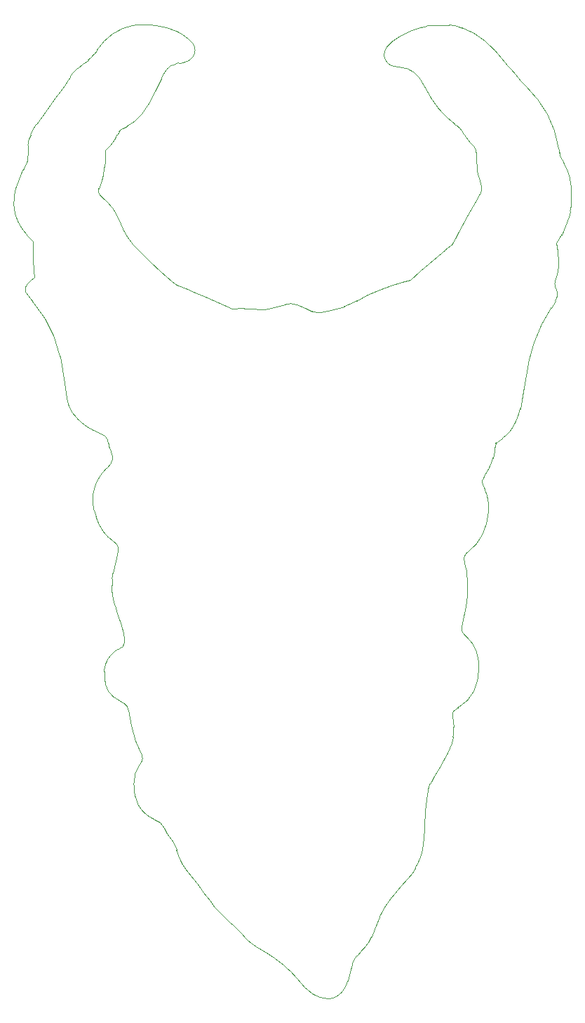
<source format=gbr>
%TF.GenerationSoftware,KiCad,Pcbnew,(5.1.8)-1*%
%TF.CreationDate,2021-11-12T17:25:14-08:00*%
%TF.ProjectId,Krampus,4b72616d-7075-4732-9e6b-696361645f70,rev?*%
%TF.SameCoordinates,Original*%
%TF.FileFunction,Profile,NP*%
%FSLAX46Y46*%
G04 Gerber Fmt 4.6, Leading zero omitted, Abs format (unit mm)*
G04 Created by KiCad (PCBNEW (5.1.8)-1) date 2021-11-12 17:25:14*
%MOMM*%
%LPD*%
G01*
G04 APERTURE LIST*
%TA.AperFunction,Profile*%
%ADD10C,0.002080*%
%TD*%
G04 APERTURE END LIST*
D10*
X57508437Y-62531698D02*
X57216234Y-62393160D01*
X45047471Y-36691816D02*
G75*
G02*
X45434965Y-36344681I3591888J-3619639D01*
G01*
X40095335Y-60778812D02*
X40186344Y-61574172D01*
X42758326Y-39880210D02*
X41081919Y-42160278D01*
X39085176Y-62981210D02*
G75*
G02*
X39173318Y-62682101I949578J-117284D01*
G01*
X39407373Y-45663230D02*
G75*
G02*
X39453169Y-45246729I3310642J-153252D01*
G01*
X46679179Y-35370418D02*
X46053976Y-35860452D01*
X49663775Y-32181395D02*
G75*
G02*
X50862697Y-31540448I3562739J-5222473D01*
G01*
X40004326Y-58594824D02*
X40010993Y-59184777D01*
X40186344Y-61574172D02*
X39716689Y-62011536D01*
X39729287Y-44377452D02*
X39547276Y-44873998D01*
X40004326Y-57206195D02*
X40004326Y-58594824D01*
X40021881Y-43755238D02*
G75*
G02*
X40405604Y-43123015I6879731J-3743045D01*
G01*
X40060277Y-60378701D02*
X40095335Y-60778812D01*
X39371969Y-47481202D02*
X38794656Y-48632327D01*
X40010993Y-59184777D02*
X40031059Y-59809180D01*
X47079230Y-35010719D02*
G75*
G02*
X46679179Y-35370418I-3727383J3743213D01*
G01*
X38183167Y-54813258D02*
G75*
G02*
X37718717Y-52972365I4718283J2169439D01*
G01*
X44256523Y-37777569D02*
X43815961Y-38412412D01*
X41081919Y-42160278D02*
X40405604Y-43123015D01*
X43296224Y-39142798D02*
X42758326Y-39880210D01*
X43815961Y-38412412D02*
X43296224Y-39142798D01*
X44496745Y-37405742D02*
G75*
G02*
X44762735Y-37016135I3824231J-2325242D01*
G01*
X47388637Y-34660379D02*
G75*
G02*
X47079230Y-35010719I-2884486J2235674D01*
G01*
X39407373Y-45663229D02*
X39387268Y-46337327D01*
X44377929Y-77172735D02*
G75*
G02*
X44103253Y-76154233I5316390J1980050D01*
G01*
X39389989Y-63754683D02*
X39667116Y-64124891D01*
X44762736Y-37016135D02*
G75*
G02*
X45047472Y-36691816I2497438J-1905482D01*
G01*
X39172186Y-63436560D02*
G75*
G02*
X39103537Y-63280031I428037J281044D01*
G01*
X39103536Y-63280031D02*
G75*
G02*
X39085175Y-62981210I792485J198671D01*
G01*
X46053976Y-35860452D02*
X45434965Y-36344681D01*
X39173317Y-62682101D02*
G75*
G02*
X39379095Y-62365506I1351553J-653300D01*
G01*
X39387268Y-46337327D02*
X39371969Y-47481202D01*
X39379096Y-62365507D02*
G75*
G02*
X39716689Y-62011536I3151655J-2667864D01*
G01*
X37718717Y-52972365D02*
G75*
G02*
X37925356Y-50913348I6350413J402561D01*
G01*
X50862697Y-31540449D02*
G75*
G02*
X52169191Y-31171799I2350177J-5829593D01*
G01*
X48602189Y-33082008D02*
G75*
G02*
X49663775Y-32181396I4809073J-4592670D01*
G01*
X39453169Y-45246729D02*
G75*
G02*
X39547276Y-44873998I2542646J-443718D01*
G01*
X47702334Y-34219065D02*
X47388638Y-34660379D01*
X39290326Y-56451469D02*
X40004326Y-57206195D01*
X37925356Y-50913348D02*
G75*
G02*
X38794656Y-48632327I11715997J-3158823D01*
G01*
X39982440Y-64511914D02*
G75*
G02*
X41488188Y-66578074I-13552559J-11458403D01*
G01*
X39290325Y-56451469D02*
G75*
G02*
X38183166Y-54813258I4416044J4177748D01*
G01*
X47702334Y-34219065D02*
G75*
G02*
X48602190Y-33082007I6550979J-4259780D01*
G01*
X39729287Y-44377453D02*
G75*
G02*
X40021881Y-43755238I5438618J-2177580D01*
G01*
X43833471Y-74365452D02*
X44103253Y-76154233D01*
X43282415Y-71146654D02*
X43833471Y-74365452D01*
X42542484Y-68678884D02*
G75*
G02*
X43282415Y-71146654I-14780022J-5776427D01*
G01*
X41488188Y-66578075D02*
G75*
G02*
X42542484Y-68678884I-10789544J-6729710D01*
G01*
X40031059Y-59809180D02*
X40060277Y-60378701D01*
X39667116Y-64124891D02*
X39982440Y-64511915D01*
X39172187Y-63436560D02*
X39389989Y-63754683D01*
X44496746Y-37405743D02*
X44256523Y-37777569D01*
X90814947Y-113918592D02*
G75*
G02*
X90927263Y-113794040I727782J-543368D01*
G01*
X94243639Y-86052636D02*
X94348972Y-85822616D01*
X94773695Y-87754162D02*
G75*
G02*
X94939024Y-88426445I-4903978J-1562465D01*
G01*
X93564890Y-93733967D02*
G75*
G02*
X92690388Y-94568990I-3414571J2700571D01*
G01*
X92200478Y-96412855D02*
G75*
G02*
X92065939Y-95687508I8045810J1867507D01*
G01*
X94217326Y-86184335D02*
G75*
G02*
X94243639Y-86052636I342739J0D01*
G01*
X93504396Y-106611564D02*
G75*
G02*
X93766151Y-107603987I-4411605J-1694309D01*
G01*
X94513480Y-87077391D02*
G75*
G02*
X94773695Y-87754162I-5635096J-2555077D01*
G01*
X90809020Y-115832871D02*
X90738756Y-115118121D01*
X92065939Y-95687508D02*
G75*
G02*
X92091941Y-95258145I1076357J150286D01*
G01*
X92412297Y-98743452D02*
X92400187Y-98009944D01*
X93054138Y-105753912D02*
G75*
G02*
X93504395Y-106611564I-3431156J-2348334D01*
G01*
X89652326Y-119687779D02*
X90041877Y-118965543D01*
X94235098Y-86316670D02*
G75*
G02*
X94217326Y-86184335I483811J132335D01*
G01*
X94939024Y-88426445D02*
G75*
G02*
X95013156Y-89117630I-5114318J-898094D01*
G01*
X95853624Y-81659546D02*
G75*
G02*
X95886328Y-81579100I254314J-56517D01*
G01*
X95741432Y-82227026D02*
X95799067Y-81917164D01*
X91750171Y-103740471D02*
X91914662Y-102893038D01*
X95533543Y-83361921D02*
X95686161Y-82573181D01*
X95325055Y-84043015D02*
G75*
G02*
X95042108Y-84668770I-4928779J1851797D01*
G01*
X92311862Y-100742002D02*
X92388498Y-99816938D01*
X90701461Y-114109765D02*
G75*
G02*
X90814947Y-113918592I958518J-439735D01*
G01*
X95533543Y-83361922D02*
G75*
G02*
X95325056Y-84043016I-5559396J1329309D01*
G01*
X94304321Y-86545629D02*
X94235098Y-86316670D01*
X90800931Y-116444464D02*
G75*
G02*
X90708960Y-117054797I-4544986J372782D01*
G01*
X92388498Y-99816938D02*
X92412297Y-98743452D01*
X91948790Y-104539157D02*
G75*
G02*
X91765919Y-104181204I637279J551261D01*
G01*
X93212178Y-111559824D02*
G75*
G02*
X92473290Y-112619037I-4109369J2079297D01*
G01*
X90656538Y-114288092D02*
G75*
G02*
X90701461Y-114109764I503320J-31970D01*
G01*
X95042109Y-84668770D02*
G75*
G02*
X94665485Y-85289831I-5807334J3096956D01*
G01*
X94270040Y-92614828D02*
G75*
G02*
X93564890Y-93733966I-5566243J2725479D01*
G01*
X92300561Y-96921491D02*
X92200478Y-96412854D01*
X92473290Y-112619036D02*
G75*
G02*
X91496292Y-113380493I-2863133J2666080D01*
G01*
X92278502Y-94926308D02*
G75*
G02*
X92690388Y-94568990I2151166J-2063633D01*
G01*
X92091941Y-95258145D02*
G75*
G02*
X92278502Y-94926307I736445J-195671D01*
G01*
X92163102Y-101702356D02*
X92311862Y-100742002D01*
X91299436Y-113500784D02*
G75*
G02*
X91496292Y-113380493I1420904J-2104085D01*
G01*
X90041877Y-118965543D02*
X90305341Y-118379848D01*
X92415762Y-105019061D02*
G75*
G02*
X93054138Y-105753912I-2859743J-3129013D01*
G01*
X90738756Y-115118121D02*
X90663743Y-114544731D01*
X92364765Y-97430113D02*
X92300561Y-96921491D01*
X92400187Y-98009944D02*
X92364765Y-97430113D01*
X93766151Y-107603986D02*
G75*
G02*
X93844605Y-108739452I-7034372J-1056479D01*
G01*
X91100385Y-113646285D02*
X91299436Y-113500784D01*
X90521539Y-117766452D02*
X90708960Y-117054797D01*
X90663742Y-114544731D02*
G75*
G02*
X90656538Y-114288093I1394876J167580D01*
G01*
X93844605Y-108739452D02*
G75*
G02*
X93676404Y-110246638I-7592285J84314D01*
G01*
X91765919Y-104181205D02*
G75*
G02*
X91750171Y-103740471I1103418J260075D01*
G01*
X95799067Y-81917164D02*
X95853624Y-81659546D01*
X95013155Y-89117631D02*
G75*
G02*
X95000531Y-89850984I-6424087J-256195D01*
G01*
X92415761Y-105019061D02*
G75*
G02*
X91948790Y-104539158I3857317J4220520D01*
G01*
X90305341Y-118379848D02*
X90521539Y-117766452D01*
X95886329Y-81579100D02*
G75*
G02*
X95943235Y-81515281I209322J-129368D01*
G01*
X93676405Y-110246638D02*
G75*
G02*
X93212178Y-111559823I-5308581J1137999D01*
G01*
X95686161Y-82573181D02*
X95741432Y-82227026D01*
X94493910Y-85558041D02*
X94665485Y-85289831D01*
X94348972Y-85822616D02*
X94493910Y-85558041D01*
X94400107Y-86809737D02*
X94304321Y-86545629D01*
X94513480Y-87077391D02*
X94400107Y-86809737D01*
X94761045Y-91291427D02*
G75*
G02*
X94270041Y-92614828I-6836822J1783788D01*
G01*
X90927263Y-113794040D02*
X91100385Y-113646285D01*
X91914662Y-102893038D02*
X92163102Y-101702356D01*
X90809020Y-115832871D02*
G75*
G02*
X90800930Y-116444464I-4454004J-246934D01*
G01*
X95000532Y-89850983D02*
G75*
G02*
X94761045Y-91291427I-8059234J599789D01*
G01*
X70979810Y-145231654D02*
X71834905Y-146173499D01*
X59079257Y-133782639D02*
X59426680Y-134194124D01*
X81852644Y-138768491D02*
G75*
G02*
X82480810Y-137593523I10031771J-4607819D01*
G01*
X80567866Y-141777155D02*
G75*
G02*
X80189377Y-142304280I-3387219J2032660D01*
G01*
X78015107Y-146503424D02*
G75*
G02*
X77672224Y-147314720I-4261182J1322821D01*
G01*
X76179457Y-148566513D02*
G75*
G02*
X75915580Y-148607036I-363916J1490338D01*
G01*
X70119525Y-144441486D02*
G75*
G02*
X70979810Y-145231654I-7295482J-8806260D01*
G01*
X65799391Y-141446460D02*
G75*
G02*
X65367601Y-140957817I3912147J3892074D01*
G01*
X86856630Y-131370168D02*
G75*
G02*
X86519183Y-132197906I-6777804J2280477D01*
G01*
X74649166Y-148475109D02*
G75*
G02*
X73794466Y-148067165I1057837J3315648D01*
G01*
X80892814Y-141138445D02*
G75*
G02*
X80567865Y-141777155I-4726287J2002520D01*
G01*
X78539417Y-144504166D02*
G75*
G02*
X78769717Y-143944796I2819906J-833899D01*
G01*
X59079257Y-133782639D02*
G75*
G02*
X58485657Y-133048567I7973528J7054764D01*
G01*
X59426680Y-134194124D02*
X59842271Y-134723001D01*
X85786948Y-133406283D02*
X86188359Y-132806117D01*
X77672223Y-147314720D02*
G75*
G02*
X77246759Y-147900101I-2455556J1337429D01*
G01*
X88357331Y-121906498D02*
X88672564Y-121351852D01*
X59842271Y-134723001D02*
X60256430Y-135276848D01*
X64723736Y-140266589D02*
X65132969Y-140686306D01*
X69142110Y-143708085D02*
G75*
G02*
X70119525Y-144441486I-7125518J-10514306D01*
G01*
X71834905Y-146173499D02*
X72893750Y-147331954D01*
X78015106Y-146503424D02*
X78319090Y-145357729D01*
X88999746Y-120796525D02*
X89652326Y-119687779D01*
X58027322Y-132339432D02*
G75*
G02*
X57659339Y-131578075I5975363J3357651D01*
G01*
X87187125Y-129512678D02*
X87278231Y-127812689D01*
X60256430Y-135276848D02*
X60602263Y-135769452D01*
X64243443Y-139797332D02*
X64723736Y-140266589D01*
X88672564Y-121351852D02*
X88999746Y-120796525D01*
X78319090Y-145357729D02*
X78539417Y-144504166D01*
X67927208Y-142936192D02*
X69142109Y-143708086D01*
X88091675Y-122391341D02*
X88357331Y-121906498D01*
X65132969Y-140686306D02*
G75*
G02*
X65367601Y-140957817I-2704590J-2574360D01*
G01*
X80189377Y-142304280D02*
G75*
G02*
X79653900Y-142876773I-6346963J5399906D01*
G01*
X75551326Y-148617967D02*
X75915580Y-148607036D01*
X75551325Y-148617966D02*
G75*
G02*
X74649166Y-148475109I15877J3020307D01*
G01*
X60602263Y-135769452D02*
X61312002Y-136764559D01*
X87946953Y-122683525D02*
X88091675Y-122391341D01*
X87709085Y-123411647D02*
G75*
G02*
X87946953Y-122683525I3401992J-708470D01*
G01*
X82480810Y-137593523D02*
G75*
G02*
X83283157Y-136438495I10742089J-6605869D01*
G01*
X66916297Y-142315424D02*
G75*
G02*
X66273112Y-141864458I4522380J7134146D01*
G01*
X80892814Y-141138445D02*
X81268787Y-140185735D01*
X87523720Y-124508059D02*
X87709085Y-123411647D01*
X87379862Y-125951410D02*
X87523720Y-124508059D01*
X79101502Y-143462950D02*
X79653900Y-142876773D01*
X81268787Y-140185735D02*
X81852644Y-138768491D01*
X78769718Y-143944796D02*
G75*
G02*
X79101502Y-143462950I2359063J-1269228D01*
G01*
X76417704Y-148483569D02*
G75*
G02*
X76179458Y-148566513I-551958J1201788D01*
G01*
X61982211Y-137586701D02*
X62746193Y-138391706D01*
X61312002Y-136764559D02*
X61982211Y-137586701D01*
X85234992Y-134111511D02*
X85786948Y-133406283D01*
X76695571Y-148338559D02*
G75*
G02*
X76417703Y-148483569I-1575180J2679640D01*
G01*
X87278231Y-127812689D02*
X87379862Y-125951410D01*
X77246760Y-147900102D02*
G75*
G02*
X76695572Y-148338560I-1825081J1728637D01*
G01*
X87187125Y-129512678D02*
G75*
G02*
X87061614Y-130560563I-10093518J677497D01*
G01*
X63751832Y-139340017D02*
X64243443Y-139797332D01*
X58485657Y-133048568D02*
G75*
G02*
X58027322Y-132339432I5496569J4055281D01*
G01*
X66273112Y-141864458D02*
G75*
G02*
X65799391Y-141446460I2975016J3849049D01*
G01*
X73794465Y-148067166D02*
G75*
G02*
X72893750Y-147331954I3114035J4734382D01*
G01*
X62746193Y-138391706D02*
X63751832Y-139340017D01*
X87061614Y-130560564D02*
G75*
G02*
X86856630Y-131370168I-5377844J930865D01*
G01*
X86519183Y-132197906D02*
G75*
G02*
X86188359Y-132806117I-6427289J3101919D01*
G01*
X83283157Y-136438495D02*
X84413509Y-135071973D01*
X84413509Y-135071973D02*
X85234992Y-134111511D01*
X66916297Y-142315424D02*
X67927208Y-142936192D01*
X54045373Y-126652365D02*
G75*
G02*
X53508774Y-126243104I2203400J3445379D01*
G01*
X53075359Y-125776133D02*
G75*
G02*
X52728738Y-125238166I2899838J2249064D01*
G01*
X52813966Y-118463557D02*
X53162953Y-119231874D01*
X52409103Y-117547336D02*
X52813966Y-118463557D01*
X54700956Y-127018030D02*
X55175283Y-127260704D01*
X56408459Y-129007989D02*
X56606590Y-129257886D01*
X55976207Y-128355622D02*
X56186574Y-128688966D01*
X52311020Y-124064466D02*
G75*
G02*
X52194181Y-122716690I5917126J1191912D01*
G01*
X57659339Y-131578075D02*
G75*
G02*
X57339148Y-130685886I9988745J4088339D01*
G01*
X55175283Y-127260704D02*
G75*
G02*
X55411824Y-127431415I-545191J-1004660D01*
G01*
X53162953Y-119231873D02*
G75*
G02*
X53249334Y-119640136I-1021021J-429299D01*
G01*
X51381363Y-113364878D02*
G75*
G02*
X51532715Y-113801188I-1289783J-691822D01*
G01*
X57179225Y-130217335D02*
X57339148Y-130685886D01*
X51532715Y-113801188D02*
X51675062Y-114729300D01*
X51675062Y-114729300D02*
X51839179Y-115678611D01*
X57023042Y-129863416D02*
G75*
G02*
X57179225Y-130217335I-2948624J-1512633D01*
G01*
X56841754Y-129561489D02*
G75*
G02*
X57023042Y-129863416I-2167648J-1506924D01*
G01*
X53249334Y-119640136D02*
G75*
G02*
X53162724Y-119989816I-695839J-13218D01*
G01*
X52083935Y-116618500D02*
X52409103Y-117547336D01*
X56186574Y-128688966D02*
X56408459Y-129007989D01*
X52377475Y-121435906D02*
G75*
G02*
X52852005Y-120466051I2672372J-706520D01*
G01*
X53162724Y-119989816D02*
G75*
G02*
X52852005Y-120466051I-3388826J1871556D01*
G01*
X51839179Y-115678611D02*
X52083935Y-116618500D01*
X56606590Y-129257886D02*
G75*
G02*
X56841755Y-129561489I-2824063J-2430342D01*
G01*
X55812934Y-128060383D02*
X55976207Y-128355622D01*
X52194182Y-122716690D02*
G75*
G02*
X52377475Y-121435906I5572195J-143932D01*
G01*
X52728739Y-125238166D02*
G75*
G02*
X52311021Y-124064466I3862732J2035922D01*
G01*
X55586870Y-127649304D02*
X55812934Y-128060383D01*
X55411824Y-127431415D02*
G75*
G02*
X55586870Y-127649304I-680500J-725955D01*
G01*
X54700957Y-127018030D02*
G75*
G02*
X54045373Y-126652365I2706445J5622766D01*
G01*
X53508773Y-126243104D02*
G75*
G02*
X53075359Y-125776133I2415485J2676527D01*
G01*
X49200401Y-81905468D02*
X49283770Y-82184483D01*
X47383910Y-89663422D02*
X47611882Y-90459858D01*
X49619887Y-83609731D02*
G75*
G02*
X49407660Y-84013351I-1122136J332422D01*
G01*
X47811032Y-86067113D02*
G75*
G02*
X48270650Y-85336921I4918357J-2586106D01*
G01*
X49283770Y-82184483D02*
X49373297Y-82452039D01*
X47232264Y-88301975D02*
G75*
G02*
X47294420Y-87625452I5290087J-144915D01*
G01*
X49373297Y-82452039D02*
X49454797Y-82661409D01*
X48545074Y-80623214D02*
G75*
G02*
X48817041Y-80844044I-464863J-850397D01*
G01*
X46005958Y-79207636D02*
G75*
G02*
X45450856Y-78708083I4663408J5740152D01*
G01*
X48270650Y-85336921D02*
G75*
G02*
X48874416Y-84620556I6185268J-4600453D01*
G01*
X47383910Y-89663422D02*
G75*
G02*
X47260102Y-88963185I5447605J1324250D01*
G01*
X51087046Y-105432306D02*
G75*
G02*
X50971650Y-105930110I-979934J-35118D01*
G01*
X50210328Y-102115302D02*
X50718956Y-103588849D01*
X47488529Y-86825392D02*
G75*
G02*
X47811031Y-86067113I4777467J-1584176D01*
G01*
X48989262Y-81144213D02*
G75*
G02*
X49137318Y-81658452I-4648245J-1616719D01*
G01*
X50971649Y-105930109D02*
G75*
G02*
X50899700Y-106021155I-289914J155156D01*
G01*
X50070916Y-95459974D02*
X49801339Y-96497364D01*
X49578565Y-99585676D02*
G75*
G02*
X49541326Y-98755517I9234454J830153D01*
G01*
X49059533Y-92898500D02*
G75*
G02*
X48477737Y-92219033I3514053J3597737D01*
G01*
X47259897Y-80016982D02*
X48047462Y-80382909D01*
X48789844Y-110756405D02*
G75*
G02*
X48644974Y-109708452I5408061J1281606D01*
G01*
X47294420Y-87625452D02*
G75*
G02*
X47488529Y-86825391I4954558J-778483D01*
G01*
X50739870Y-106152725D02*
X50540216Y-106294042D01*
X47260101Y-88963184D02*
G75*
G02*
X47232264Y-88301975I4737924J530660D01*
G01*
X49137318Y-81658452D02*
X49200401Y-81905468D01*
X48632781Y-109176369D02*
G75*
G02*
X48652426Y-108815037I3116878J11746D01*
G01*
X51123880Y-113072584D02*
G75*
G02*
X51381362Y-113364878I-495906J-696401D01*
G01*
X49567314Y-97965332D02*
G75*
G02*
X49646197Y-97267404I7492171J-493373D01*
G01*
X50623291Y-112768453D02*
G75*
G02*
X51123880Y-113072584I-1833400J-3581749D01*
G01*
X49129832Y-111553205D02*
G75*
G02*
X48789844Y-110756405I2142389J1385073D01*
G01*
X50540216Y-106294042D02*
X50322582Y-106426413D01*
X49407660Y-84013351D02*
X48874416Y-84620556D01*
X48047462Y-80382910D02*
G75*
G02*
X48545074Y-80623214I-2134314J-5055017D01*
G01*
X49632810Y-83211077D02*
G75*
G02*
X49619886Y-83609732I-769255J-174598D01*
G01*
X47259897Y-80016982D02*
G75*
G02*
X46594536Y-79634584I3396167J6679276D01*
G01*
X49071207Y-107646275D02*
G75*
G02*
X49414331Y-107170565I2905401J-1734032D01*
G01*
X49414331Y-107170566D02*
G75*
G02*
X49836175Y-106759250I2585894J-2230108D01*
G01*
X47995955Y-91406715D02*
G75*
G02*
X47611882Y-90459858I6944490J3368213D01*
G01*
X50623290Y-112768452D02*
G75*
G02*
X49719008Y-112194313I2639305J5156167D01*
G01*
X46594536Y-79634584D02*
G75*
G02*
X46005958Y-79207637I3603988J5587538D01*
G01*
X50899700Y-106021155D02*
X50739870Y-106152725D01*
X50718956Y-103588849D02*
G75*
G02*
X50996337Y-104656557I-9185809J-2956276D01*
G01*
X49836175Y-106759249D02*
G75*
G02*
X50322582Y-106426413I2166996J-2645012D01*
G01*
X49719008Y-112194313D02*
G75*
G02*
X49129832Y-111553206I1580756J2043990D01*
G01*
X48817042Y-80844044D02*
G75*
G02*
X48989262Y-81144213I-710740J-607273D01*
G01*
X49801339Y-96497364D02*
X49646197Y-97267404D01*
X49690306Y-100361184D02*
G75*
G02*
X49578565Y-99585676I7192107J1432098D01*
G01*
X48818579Y-108170359D02*
G75*
G02*
X49071206Y-107646275I3065769J-1154882D01*
G01*
X50996337Y-104656557D02*
G75*
G02*
X51087046Y-105432306I-4757732J-949503D01*
G01*
X44782834Y-77927526D02*
G75*
G02*
X44377930Y-77172734I2558500J1858493D01*
G01*
X50280843Y-94592961D02*
X50070916Y-95459974D01*
X49741786Y-93449217D02*
G75*
G02*
X50127119Y-93779696I-1129715J-1707115D01*
G01*
X49741786Y-93449217D02*
G75*
G02*
X49059533Y-92898500I2563622J3873889D01*
G01*
X50127120Y-93779697D02*
G75*
G02*
X50290959Y-94118952I-491402J-446507D01*
G01*
X48632782Y-109176369D02*
X48644974Y-109708452D01*
X48652427Y-108815038D02*
G75*
G02*
X48710154Y-108508650I2099863J-237012D01*
G01*
X49893682Y-101172510D02*
X50210328Y-102115302D01*
X50290959Y-94118952D02*
G75*
G02*
X50280843Y-94592961I-1281519J-209764D01*
G01*
X48710154Y-108508650D02*
G75*
G02*
X48818579Y-108170359I3427708J-912091D01*
G01*
X49893682Y-101172510D02*
G75*
G02*
X49690306Y-100361184I8160363J2476726D01*
G01*
X49567315Y-97965332D02*
X49541326Y-98755517D01*
X45450856Y-78708084D02*
G75*
G02*
X44782834Y-77927527I4556040J4575320D01*
G01*
X48477736Y-92219033D02*
G75*
G02*
X47995955Y-91406716I4598289J3276255D01*
G01*
X49454798Y-82661409D02*
G75*
G02*
X49632811Y-83211076I-2956208J-1261044D01*
G01*
X59091942Y-35216787D02*
G75*
G02*
X58838908Y-35413593I-1324653J1442042D01*
G01*
X58782070Y-32835262D02*
G75*
G02*
X59303193Y-33360771I-3939672J-4427931D01*
G01*
X59525351Y-33773227D02*
G75*
G02*
X59575300Y-34160089I-1337775J-369378D01*
G01*
X59515974Y-34547025D02*
G75*
G02*
X59351014Y-34907485I-1384831J415775D01*
G01*
X56257280Y-31488840D02*
G75*
G02*
X57468342Y-31943036I-1998349J-7170046D01*
G01*
X52169191Y-31171799D02*
G75*
G02*
X53429143Y-31077020I1145114J-6800634D01*
G01*
X57587073Y-35707229D02*
X58248196Y-35613910D01*
X59351015Y-34907486D02*
G75*
G02*
X59091942Y-35216788I-1307410J831938D01*
G01*
X58838908Y-35413593D02*
G75*
G02*
X58593110Y-35531442I-566612J866532D01*
G01*
X57116507Y-35836782D02*
X57372811Y-35751376D01*
X58593110Y-35531441D02*
G75*
G02*
X58248196Y-35613910I-684490J2100285D01*
G01*
X58132621Y-32326659D02*
G75*
G02*
X58782071Y-32835263I-3723001J-5422950D01*
G01*
X56860820Y-35946086D02*
X57116507Y-35836782D01*
X57468342Y-31943037D02*
G75*
G02*
X58132621Y-32326659I-2124755J-4446158D01*
G01*
X59303194Y-33360771D02*
G75*
G02*
X59525351Y-33773226I-791354J-692298D01*
G01*
X53429142Y-31077019D02*
G75*
G02*
X54851458Y-31191891I-185947J-11165202D01*
G01*
X54851458Y-31191891D02*
G75*
G02*
X56257281Y-31488840I-1626884J-11178242D01*
G01*
X59575299Y-34160089D02*
G75*
G02*
X59515974Y-34547025I-1407150J17730D01*
G01*
X57372811Y-35751376D02*
G75*
G02*
X57587073Y-35707229I392927J-1365007D01*
G01*
X48701561Y-47496791D02*
X48756762Y-46213452D01*
X48657034Y-48240102D02*
X48701561Y-47496791D01*
X74206140Y-65814314D02*
G75*
G02*
X73691534Y-65683079I235329J1997357D01*
G01*
X75596818Y-65642319D02*
X74731622Y-65804764D01*
X48657034Y-48240102D02*
G75*
G02*
X48592525Y-48744937I-5034570J386796D01*
G01*
X47933236Y-51303779D02*
G75*
G02*
X47963777Y-50853718I1048480J154917D01*
G01*
X48102449Y-51663589D02*
G75*
G02*
X47933235Y-51303779I511934J460451D01*
G01*
X65780000Y-65329137D02*
X65275912Y-65322613D01*
X66670166Y-65386913D02*
G75*
G02*
X66880652Y-65430309I-107625J-1054168D01*
G01*
X78348608Y-64784665D02*
G75*
G02*
X77575812Y-65098499I-3885229J8458701D01*
G01*
X76685767Y-65375636D02*
X75596818Y-65642319D01*
X50867718Y-55734103D02*
X50349851Y-54558637D01*
X64027499Y-65327061D02*
X60833354Y-63968003D01*
X50035739Y-53874691D02*
G75*
G02*
X50349851Y-54558637I-6362674J-3336250D01*
G01*
X58453241Y-62944782D02*
X57508437Y-62531698D01*
X68501143Y-65389236D02*
G75*
G02*
X67865556Y-65511761I-1188886J4457421D01*
G01*
X49228587Y-52762207D02*
G75*
G02*
X49680027Y-53301710I-3703955J-3557991D01*
G01*
X73691534Y-65683079D02*
X72860000Y-65319865D01*
X66670166Y-65386913D02*
X66262275Y-65352414D01*
X47963777Y-50853718D02*
X48277843Y-49858650D01*
X49228586Y-52762207D02*
X48620530Y-52177974D01*
X56755406Y-62079929D02*
X55442922Y-60907654D01*
X77575812Y-65098499D02*
X76685767Y-65375636D01*
X52323443Y-42749126D02*
G75*
G02*
X51319758Y-43378463I-3371290J4261612D01*
G01*
X49680027Y-53301710D02*
G75*
G02*
X50035740Y-53874691I-3758856J-2730444D01*
G01*
X54860629Y-38920452D02*
X55516130Y-37562331D01*
X67357143Y-65522582D02*
G75*
G02*
X66880652Y-65430309I166061J2133938D01*
G01*
X56264553Y-36384608D02*
G75*
G02*
X56646905Y-36064356I1396574J-1279010D01*
G01*
X53936219Y-40738344D02*
X54860629Y-38920452D01*
X49802149Y-44989452D02*
X50031022Y-44655749D01*
X48620529Y-52177974D02*
G75*
G02*
X48102449Y-51663588I4290218J4839129D01*
G01*
X49313480Y-45601452D02*
X49550382Y-45322548D01*
X48592525Y-48744937D02*
G75*
G02*
X48480167Y-49221427I-4458868J799920D01*
G01*
X55442922Y-60907654D02*
X54063166Y-59628526D01*
X52034550Y-57539909D02*
G75*
G02*
X51399806Y-56679436I6604963J5536626D01*
G01*
X52865787Y-58453856D02*
X52034550Y-57539909D01*
X74731622Y-65804764D02*
G75*
G02*
X74206140Y-65814314I-297777J1923076D01*
G01*
X53936219Y-40738345D02*
G75*
G02*
X53147160Y-41927021I-7352261J4024294D01*
G01*
X53147160Y-41927020D02*
G75*
G02*
X52323444Y-42749126I-3966136J3150189D01*
G01*
X57216234Y-62393161D02*
G75*
G02*
X56755406Y-62079929I1013605J1986825D01*
G01*
X60833354Y-63968003D02*
X59579000Y-63431687D01*
X54063166Y-59628526D02*
X52865787Y-58453856D01*
X50590998Y-43798975D02*
G75*
G02*
X50838989Y-43625037I878872J-989290D01*
G01*
X50409867Y-44010743D02*
G75*
G02*
X50590997Y-43798975I859396J-551712D01*
G01*
X67865556Y-65511761D02*
G75*
G02*
X67357143Y-65522583I-308714J2555365D01*
G01*
X66262275Y-65352414D02*
X65780000Y-65329137D01*
X50195261Y-44377452D02*
X50409868Y-44010743D01*
X51399805Y-56679437D02*
G75*
G02*
X50867718Y-55734103I7494760J4840888D01*
G01*
X59579000Y-63431687D02*
X58453241Y-62944782D01*
X69400889Y-65125841D02*
X68501143Y-65389235D01*
X71192775Y-64754931D02*
G75*
G02*
X71858958Y-64895611I-125844J-2243606D01*
G01*
X72860000Y-65319865D02*
X71858958Y-64895611D01*
X70502262Y-64817557D02*
G75*
G02*
X71192775Y-64754931I557497J-2308835D01*
G01*
X49550382Y-45322548D02*
X49802149Y-44989452D01*
X48277843Y-49858650D02*
X48480167Y-49221427D01*
X65275912Y-65322613D02*
X64027499Y-65327061D01*
X70502262Y-64817558D02*
X69400889Y-65125841D01*
X56646905Y-36064356D02*
G75*
G02*
X56860820Y-35946086I1089425J-1717847D01*
G01*
X55922356Y-36834563D02*
G75*
G02*
X56264553Y-36384608I2628661J-1644035D01*
G01*
X55516130Y-37562330D02*
G75*
G02*
X55922356Y-36834563I7503430J-3711011D01*
G01*
X50838989Y-43625037D02*
X51319758Y-43378463D01*
X50195261Y-44377453D02*
G75*
G02*
X50031022Y-44655749I-3179350J1688710D01*
G01*
X48756762Y-46213452D02*
X49313480Y-45601452D01*
X85185041Y-36398294D02*
G75*
G02*
X86000453Y-36833604I-863398J-2598655D01*
G01*
X84172630Y-36195038D02*
G75*
G02*
X83571952Y-36110709I357664J4729126D01*
G01*
X83426553Y-33095821D02*
G75*
G02*
X84450053Y-32422162I5482403J-7215161D01*
G01*
X82420633Y-34561067D02*
G75*
G02*
X82526692Y-34153031I1521418J-177654D01*
G01*
X93579694Y-48197509D02*
X93639886Y-48696341D01*
X92270567Y-44651761D02*
X92524755Y-44979536D01*
X91758295Y-43851244D02*
G75*
G02*
X91914907Y-44107812I-1541816J-1117226D01*
G01*
X87537478Y-31258680D02*
X86954333Y-31398473D01*
X82811351Y-35707381D02*
G75*
G02*
X82558261Y-35348419I1187515J1105972D01*
G01*
X82526692Y-34153031D02*
G75*
G02*
X82741442Y-33779677I1539440J-637035D01*
G01*
X83571952Y-36110710D02*
G75*
G02*
X83135305Y-35954661I336295J1629927D01*
G01*
X90760506Y-57345384D02*
X90542953Y-57683509D01*
X92779419Y-45276269D02*
X93019453Y-45554174D01*
X92472450Y-54052707D02*
X91898744Y-55112985D01*
X82431465Y-34970554D02*
G75*
G02*
X82420633Y-34561067I1419723J242442D01*
G01*
X93541188Y-47590452D02*
X93579694Y-48197509D01*
X90928331Y-43069854D02*
X91285742Y-43353081D01*
X93730793Y-49153560D02*
X93862626Y-49630452D01*
X86000452Y-36833604D02*
G75*
G02*
X86697035Y-37563731I-2084370J-2685961D01*
G01*
X92051860Y-44341520D02*
G75*
G02*
X91914907Y-44107812I1843555J1237308D01*
G01*
X93639886Y-48696341D02*
X93730793Y-49153560D01*
X82558261Y-35348419D02*
G75*
G02*
X82431465Y-34970554I1148787J595692D01*
G01*
X93019453Y-45554174D02*
X93229587Y-45825304D01*
X83135305Y-35954661D02*
G75*
G02*
X82811351Y-35707382I562767J1073109D01*
G01*
X90542953Y-57683508D02*
G75*
G02*
X90385726Y-57836397I-473187J329326D01*
G01*
X79076805Y-64407648D02*
G75*
G02*
X78348608Y-64784664I-4358063J7525723D01*
G01*
X93491962Y-46694560D02*
X93518530Y-47124464D01*
X91554675Y-43606306D02*
G75*
G02*
X91758294Y-43851244I-1737577J-1651562D01*
G01*
X80423378Y-63684708D02*
X79076804Y-64407647D01*
X84512493Y-62139018D02*
X83186809Y-62531222D01*
X86751707Y-60818639D02*
X85559088Y-61875095D01*
X82741442Y-33779677D02*
G75*
G02*
X83426552Y-33095820I2865439J-2185579D01*
G01*
X91898744Y-55112985D02*
X91351631Y-56208210D01*
X84450052Y-32422161D02*
G75*
G02*
X85667926Y-31832130I5263242J-9311857D01*
G01*
X93080484Y-53013650D02*
X92472450Y-54052707D01*
X81808533Y-63052883D02*
X80423378Y-63684708D01*
X83186809Y-62531222D02*
X81808533Y-63052883D01*
X84172630Y-36195038D02*
G75*
G02*
X85185041Y-36398294I-318276J-4208349D01*
G01*
X93862626Y-49630452D02*
X94133714Y-50563200D01*
X93730567Y-51982078D02*
X93080484Y-53013650D01*
X93464970Y-46334616D02*
X93491962Y-46694560D01*
X93392057Y-46060816D02*
G75*
G02*
X93444157Y-46187798I-307072J-200168D01*
G01*
X85559088Y-61875095D02*
X84512493Y-62139018D01*
X91025746Y-56865106D02*
X90760506Y-57345384D01*
X93229587Y-45825304D02*
X93392057Y-46060816D01*
X91285743Y-43353081D02*
G75*
G02*
X91554675Y-43606305I-2146558J-2549138D01*
G01*
X92051860Y-44341520D02*
X92270567Y-44651761D01*
X87732917Y-59968486D02*
X86751707Y-60818639D01*
X88846328Y-59039971D02*
X87732917Y-59968486D01*
X94133714Y-50563201D02*
G75*
G02*
X94180053Y-51010578I-1369039J-367893D01*
G01*
X90928332Y-43069853D02*
G75*
G02*
X89863541Y-42172012I6918003J9284683D01*
G01*
X88116546Y-40019026D02*
G75*
G02*
X87356054Y-38665452I14109052J8817461D01*
G01*
X86697035Y-37563731D02*
G75*
G02*
X87356054Y-38665452I-7115054J-5003987D01*
G01*
X88939231Y-41171372D02*
G75*
G02*
X88116546Y-40019027I8953949J7262265D01*
G01*
X89875570Y-58206225D02*
X88846328Y-59039971D01*
X93518530Y-47124464D02*
X93541188Y-47590452D01*
X92524755Y-44979536D02*
X92779419Y-45276269D01*
X89863540Y-42172013D02*
G75*
G02*
X88939231Y-41171372I7306962J7676788D01*
G01*
X89875570Y-58206225D02*
G75*
G02*
X90385726Y-57836397I4167907J-5212609D01*
G01*
X91351631Y-56208210D02*
X91025746Y-56865106D01*
X94074095Y-51395496D02*
G75*
G02*
X93730567Y-51982078I-6196046J3234785D01*
G01*
X94180053Y-51010578D02*
G75*
G02*
X94074094Y-51395496I-944881J53062D01*
G01*
X93444157Y-46187798D02*
G75*
G02*
X93464970Y-46334616I-1207785J-246102D01*
G01*
X85667927Y-31832130D02*
G75*
G02*
X86954333Y-31398473I4096338J-10026602D01*
G01*
X98818162Y-77437553D02*
G75*
G02*
X98585336Y-78263226I-9471104J2225036D01*
G01*
X99425219Y-38402446D02*
X98864459Y-37819805D01*
X104934211Y-53108236D02*
X104967474Y-52548291D01*
X102574574Y-65241098D02*
X103072712Y-64421261D01*
X99425219Y-38402446D02*
G75*
G02*
X100988079Y-40173285I-13601554J-13579172D01*
G01*
X100988079Y-40173284D02*
G75*
G02*
X102136800Y-41943294I-9697605J-7551421D01*
G01*
X102136800Y-41943294D02*
G75*
G02*
X102936913Y-43832308I-10176097J-5424155D01*
G01*
X98298520Y-78984865D02*
G75*
G02*
X97946220Y-79654454I-7343439J3436222D01*
G01*
X103001435Y-62396733D02*
G75*
G02*
X103049297Y-62039669I1385452J-3972D01*
G01*
X103564894Y-46552041D02*
X103452795Y-45958452D01*
X104145676Y-55782899D02*
X104453801Y-54976444D01*
X104529087Y-48709212D02*
G75*
G02*
X104799490Y-49521109I-4302822J-1884037D01*
G01*
X103199426Y-63083257D02*
G75*
G02*
X103050086Y-62720704I1939616J1010985D01*
G01*
X104967474Y-52548291D02*
X104977283Y-51670452D01*
X103836077Y-56441306D02*
X104145676Y-55782899D01*
X103325932Y-63491491D02*
G75*
G02*
X103292794Y-63901382I-1021440J-123705D01*
G01*
X104934210Y-53108237D02*
G75*
G02*
X104865999Y-53561712I-4363650J424514D01*
G01*
X103471342Y-60155814D02*
G75*
G02*
X103385609Y-60912121I-5778766J272050D01*
G01*
X97946219Y-79654454D02*
G75*
G02*
X97581185Y-80178976I-3582834J2104150D01*
G01*
X104453801Y-54976444D02*
X104745737Y-54050549D01*
X103352340Y-58408757D02*
X103178133Y-57366924D01*
X103292794Y-63901382D02*
G75*
G02*
X103072712Y-64421261I-2291582J663581D01*
G01*
X99784838Y-71999796D02*
G75*
G02*
X100474473Y-69546533I21860047J-4821502D01*
G01*
X101386026Y-67346908D02*
G75*
G02*
X102574574Y-65241098I18391953J-8992351D01*
G01*
X95943235Y-81515281D02*
X96137651Y-81365570D01*
X99032024Y-76373359D02*
X99263935Y-74875452D01*
X100474472Y-69546533D02*
G75*
G02*
X101386026Y-67346907I18205760J-6256011D01*
G01*
X97581184Y-80178976D02*
G75*
G02*
X97161465Y-80613633I-2823955J2306930D01*
G01*
X87537478Y-31258680D02*
G75*
G02*
X88024205Y-31180308I1050985J-4976500D01*
G01*
X103049297Y-62039669D02*
G75*
G02*
X103203779Y-61564452I4762638J-1285503D01*
G01*
X88570887Y-31141674D02*
X88024205Y-31180308D01*
X91798125Y-31466499D02*
X91167713Y-31266295D01*
X98818162Y-77437553D02*
X99032024Y-76373359D01*
X90256932Y-31135983D02*
G75*
G02*
X90738727Y-31174118I-79560J-4067729D01*
G01*
X93187892Y-32095262D02*
G75*
G02*
X94503620Y-32999889I-4798671J-8388527D01*
G01*
X98585336Y-78263226D02*
G75*
G02*
X98298519Y-78984865I-6215118J2052394D01*
G01*
X94503621Y-32999889D02*
G75*
G02*
X95810996Y-34234404I-7938611J-9716671D01*
G01*
X98864459Y-37819805D02*
X98236927Y-37127081D01*
X103679417Y-46972022D02*
G75*
G02*
X103564894Y-46552041I3596947J1206436D01*
G01*
X104068598Y-47794452D02*
X103833318Y-47348925D01*
X103385609Y-60912121D02*
G75*
G02*
X103203779Y-61564452I-3583023J647219D01*
G01*
X104068597Y-47794452D02*
G75*
G02*
X104529087Y-48709212I-8286648J-4744780D01*
G01*
X104977283Y-51670452D02*
X104935877Y-50430590D01*
X104799490Y-49521109D02*
G75*
G02*
X104935877Y-50430590I-5504100J-1290371D01*
G01*
X103352340Y-58408757D02*
G75*
G02*
X103460715Y-59315164I-9648008J-1613252D01*
G01*
X103050086Y-62720703D02*
G75*
G02*
X103001435Y-62396733I1033690J320867D01*
G01*
X97161466Y-80613633D02*
G75*
G02*
X96645003Y-81008963I-3221194J3673170D01*
G01*
X98236927Y-37127081D02*
X97640263Y-36436001D01*
X103836077Y-56441306D02*
G75*
G02*
X103540831Y-56901386I-2659548J1381930D01*
G01*
X103460716Y-59315164D02*
G75*
G02*
X103471342Y-60155814I-7029036J-509242D01*
G01*
X89372326Y-31128563D02*
X88570887Y-31141674D01*
X96375803Y-81192720D02*
X96645003Y-81008963D01*
X103178133Y-57366924D02*
X103540831Y-56901386D01*
X90256932Y-31135984D02*
X89372326Y-31128563D01*
X103199426Y-63083257D02*
G75*
G02*
X103325933Y-63491491I-1058568J-551756D01*
G01*
X102936913Y-43832308D02*
G75*
G02*
X103452795Y-45958452I-14170737J-4564011D01*
G01*
X96137651Y-81365570D02*
X96375803Y-81192720D01*
X90738727Y-31174119D02*
G75*
G02*
X91167713Y-31266295I-413700J-2969670D01*
G01*
X91798126Y-31466499D02*
G75*
G02*
X93187893Y-32095262I-2613294J-7626514D01*
G01*
X95810996Y-34234404D02*
G75*
G02*
X97178672Y-35862450I-17958714J-16475105D01*
G01*
X104745737Y-54050549D02*
X104865999Y-53561712D01*
X97640263Y-36436001D02*
X97178672Y-35862450D01*
X103833318Y-47348925D02*
G75*
G02*
X103679417Y-46972022I2861089J1388145D01*
G01*
X99263935Y-74875452D02*
X99784837Y-71999797D01*
M02*

</source>
